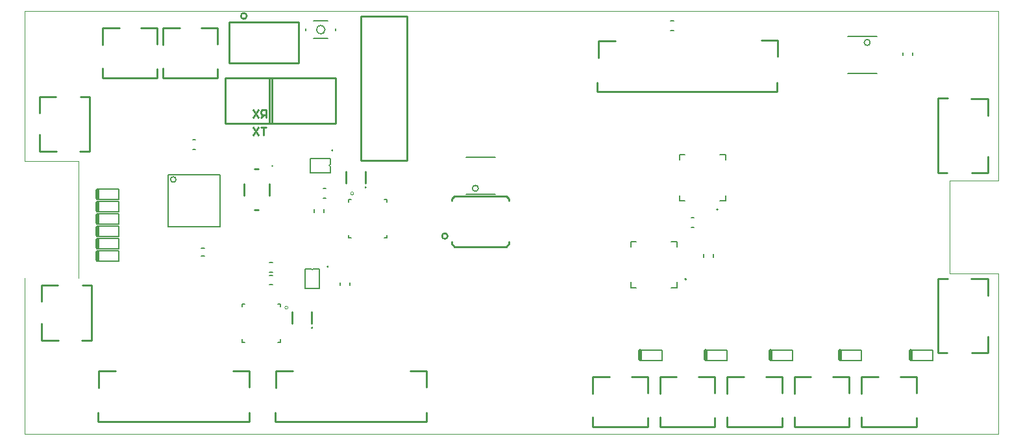
<source format=gbo>
G04*
G04 #@! TF.GenerationSoftware,Altium Limited,Altium Designer,19.1.5 (86)*
G04*
G04 Layer_Color=32896*
%FSLAX44Y44*%
%MOMM*%
G71*
G01*
G75*
%ADD10C,0.1524*%
%ADD11C,0.0000*%
%ADD12C,0.2000*%
%ADD13C,0.1270*%
%ADD15C,0.5000*%
%ADD16C,0.2540*%
%ADD17C,0.1000*%
%ADD115C,0.2032*%
D10*
X197320Y331662D02*
G03*
X197320Y331662I-3592J0D01*
G01*
X591633Y320294D02*
G03*
X591633Y320294I-3877J0D01*
G01*
X1102681Y510286D02*
G03*
X1102681Y510286I-3877J0D01*
G01*
X187160Y270230D02*
Y338230D01*
X255160D01*
Y270230D02*
Y338230D01*
X187160Y270230D02*
X255160D01*
D11*
X428940Y313420D02*
G03*
X428940Y313420I-2000J0D01*
G01*
X323760Y349270D02*
G03*
X323760Y349270I-1000J0D01*
G01*
X343360Y164880D02*
G03*
X343360Y164880I-2000J0D01*
G01*
D12*
X391580Y527050D02*
G03*
X391580Y527050I-5500J0D01*
G01*
X862870Y201680D02*
G03*
X862870Y201680I-1000J0D01*
G01*
X398520Y351575D02*
G03*
X398520Y348325I0J-1625D01*
G01*
X373595Y215490D02*
G03*
X376845Y215490I1625J0D01*
G01*
X904220Y292560D02*
G03*
X904220Y292560I-1000J0D01*
G01*
X94100Y270868D02*
X122590D01*
Y257368D02*
Y270868D01*
X94100Y257368D02*
X122590D01*
X94100Y254761D02*
X122590D01*
Y241261D02*
Y254761D01*
X94100Y241261D02*
X122590D01*
X94100Y238654D02*
X122590D01*
Y225154D02*
Y238654D01*
X94100Y225154D02*
X122590D01*
X869220Y269340D02*
X873220D01*
X869220Y281840D02*
X873220D01*
X885290Y230410D02*
Y234410D01*
X897790Y230410D02*
Y234410D01*
X887730Y109620D02*
X916220D01*
Y96120D02*
Y109620D01*
X887730Y96120D02*
X916220D01*
X972820Y109620D02*
X1001310D01*
Y96120D02*
Y109620D01*
X972820Y96120D02*
X1001310D01*
X1062990Y109620D02*
X1091480D01*
Y96120D02*
Y109620D01*
X1062990Y96120D02*
X1091480D01*
X802640Y109620D02*
X831130D01*
Y96120D02*
Y109620D01*
X802640Y96120D02*
X831130D01*
X1155700Y109620D02*
X1184190D01*
Y96120D02*
Y109620D01*
X1155700Y96120D02*
X1184190D01*
X842550Y525880D02*
X846550D01*
X842550Y538380D02*
X846550D01*
X94100Y286956D02*
X122590D01*
Y273456D02*
Y286956D01*
X94100Y273456D02*
X122590D01*
X94100Y303063D02*
X122590D01*
Y289563D02*
Y303063D01*
X94100Y289563D02*
X122590D01*
X94100Y319170D02*
X122590D01*
Y305670D02*
Y319170D01*
X94100Y305670D02*
X122590D01*
X376580Y538800D02*
X395580D01*
X366830Y525550D02*
Y528800D01*
X376580Y515550D02*
X395580D01*
X405330Y525550D02*
Y528800D01*
X230330Y242490D02*
X234330D01*
X230330Y232490D02*
X234330D01*
X1145640Y493300D02*
Y497300D01*
X1158140Y493300D02*
Y497300D01*
X389790Y288830D02*
Y292830D01*
X377290Y288830D02*
Y292830D01*
X398520Y351575D02*
Y359032D01*
Y340744D02*
Y348325D01*
X372520Y340744D02*
X398520D01*
X372520D02*
Y359032D01*
X398520D01*
X389160Y307440D02*
X393160D01*
X389160Y319940D02*
X393160D01*
X218980Y370940D02*
X222980D01*
X218980Y383440D02*
X222980D01*
X319310Y194410D02*
X323310D01*
X319310Y206910D02*
X323310D01*
X319310Y210920D02*
X323310D01*
X319310Y223420D02*
X323310D01*
X376845Y215490D02*
X384302D01*
X366014D02*
X373595D01*
X366014Y189490D02*
Y215490D01*
Y189490D02*
X384302D01*
Y215490D01*
X424080Y193580D02*
Y197580D01*
X411580Y193580D02*
Y197580D01*
D13*
X850420Y243980D02*
Y250980D01*
X843420D02*
X850420D01*
X790420Y243980D02*
Y250980D01*
X797420D01*
X790420Y190980D02*
Y197980D01*
Y190980D02*
X797420D01*
X850420D02*
Y197980D01*
X843420Y190980D02*
X850420D01*
X422040Y305670D02*
X425540D01*
X468540D02*
X472040D01*
X422040Y255670D02*
X425540D01*
X468540D02*
X472040D01*
X422040Y302170D02*
Y305670D01*
X472040Y302170D02*
Y305670D01*
X422040Y255670D02*
Y259170D01*
X472040Y255670D02*
Y259170D01*
X333610Y166280D02*
Y169780D01*
Y119780D02*
Y123280D01*
X283610Y166280D02*
Y169780D01*
Y119780D02*
Y123280D01*
X330110Y169780D02*
X333610D01*
X330110Y119780D02*
X333610D01*
X283610Y169780D02*
X287110D01*
X283610Y119780D02*
X287110D01*
X913920Y304010D02*
Y311010D01*
X906920Y304010D02*
X913920D01*
Y357010D02*
Y364010D01*
X906920D02*
X913920D01*
X853920Y357010D02*
Y364010D01*
X860920D01*
X853920Y304010D02*
Y311010D01*
Y304010D02*
X860920D01*
D15*
X94350Y258888D02*
Y269388D01*
Y242781D02*
Y253281D01*
Y226674D02*
Y237174D01*
X887980Y97640D02*
Y108140D01*
X973070Y97640D02*
Y108140D01*
X1063240Y97640D02*
Y108140D01*
X802890Y97640D02*
Y108140D01*
X1155950Y97640D02*
Y108140D01*
X94350Y274975D02*
Y285476D01*
Y291083D02*
Y301583D01*
Y307190D02*
Y317690D01*
D16*
X289560Y544830D02*
G03*
X289560Y544830I-3810J0D01*
G01*
X551550Y257960D02*
G03*
X551550Y257960I-3592J0D01*
G01*
X444509Y321400D02*
G03*
X444509Y321400I-359J0D01*
G01*
X400998Y369718D02*
G03*
X401112Y369700I114J341D01*
G01*
X374829Y138575D02*
G03*
X374829Y138575I-359J0D01*
G01*
X394970Y218082D02*
G03*
X394988Y217968I359J0D01*
G01*
X438658Y356870D02*
X498602D01*
X438658D02*
Y544830D01*
X498602D01*
Y356870D02*
Y544830D01*
X261620Y404368D02*
X322580D01*
Y464312D01*
X261620D02*
X322580D01*
X261620Y404368D02*
Y464312D01*
X266192Y483870D02*
X356870D01*
X266192Y537210D02*
X356870D01*
X266192Y483870D02*
Y537210D01*
X356870Y483870D02*
Y537210D01*
X556848Y247800D02*
Y250340D01*
Y247800D02*
X560658Y243990D01*
X627968D01*
X631778Y247800D01*
Y250340D01*
X556848Y303934D02*
Y306474D01*
X560658Y310284D01*
X627968D01*
X631778Y306474D01*
Y303934D02*
Y306474D01*
X95412Y15772D02*
X292544D01*
X96746Y82042D02*
X118526D01*
X96746Y60134D02*
Y82042D01*
X292798Y61278D02*
Y82550D01*
X271526D02*
X292798D01*
X292544Y15772D02*
Y27622D01*
X95412Y15772D02*
Y28004D01*
X444150Y326480D02*
Y341721D01*
X418750Y326480D02*
Y341721D01*
X326552Y15772D02*
X523684D01*
X327886Y82042D02*
X349666D01*
X327886Y60134D02*
Y82042D01*
X523938Y61278D02*
Y82550D01*
X502666D02*
X523938D01*
X523684Y15772D02*
Y27622D01*
X326552Y15772D02*
Y28004D01*
X299720Y345440D02*
X304800D01*
X318770Y311150D02*
Y326390D01*
X299720Y292100D02*
X304800D01*
X285750Y311150D02*
Y326390D01*
X374470Y143655D02*
Y158895D01*
X349070Y143655D02*
Y158895D01*
X318770Y404368D02*
X405130D01*
Y464312D01*
X318770D02*
X405130D01*
X318770Y404368D02*
Y464312D01*
X1091470Y9656D02*
X1162970D01*
X1091470D02*
Y21888D01*
X1162970Y9656D02*
Y21506D01*
X1141698Y74656D02*
X1162970D01*
Y53384D02*
Y74656D01*
X1091470Y52748D02*
Y74656D01*
X1113250D01*
X1003840Y9656D02*
X1075340D01*
X1003840D02*
Y21888D01*
X1075340Y9656D02*
Y21506D01*
X1054068Y74656D02*
X1075340D01*
Y53384D02*
Y74656D01*
X1003840Y52748D02*
Y74656D01*
X1025620D01*
X828580Y9656D02*
X900080D01*
X828580D02*
Y21888D01*
X900080Y9656D02*
Y21506D01*
X878808Y74656D02*
X900080D01*
Y53384D02*
Y74656D01*
X828580Y52748D02*
Y74656D01*
X850360D01*
X916210Y9656D02*
X987710D01*
X916210D02*
Y21888D01*
X987710Y9656D02*
Y21506D01*
X966438Y74656D02*
X987710D01*
Y53384D02*
Y74656D01*
X916210Y52748D02*
Y74656D01*
X937990D01*
X740950Y9656D02*
X812450D01*
X740950D02*
Y21888D01*
X812450Y9656D02*
Y21506D01*
X791178Y74656D02*
X812450D01*
Y53384D02*
Y74656D01*
X740950Y52748D02*
Y74656D01*
X762730D01*
X748186Y512572D02*
X769966D01*
X748186Y490664D02*
Y512572D01*
X981738Y491808D02*
Y513080D01*
X960466D02*
X981738D01*
X981484Y446302D02*
Y458152D01*
X746852Y446302D02*
Y458534D01*
Y446302D02*
X981484D01*
X86864Y122270D02*
Y193770D01*
X74632Y122270D02*
X86864D01*
X75014Y193770D02*
X86864D01*
X21864Y172498D02*
Y193770D01*
X43136D01*
X21864Y122270D02*
X43772D01*
X21864D02*
Y144050D01*
X84304Y368210D02*
Y439710D01*
X72072Y368210D02*
X84304D01*
X72454Y439710D02*
X84304D01*
X19304Y418438D02*
Y439710D01*
X40576D01*
X19304Y368210D02*
X41212D01*
X19304D02*
Y389990D01*
X180150Y464336D02*
X251650D01*
X180150D02*
Y476568D01*
X251650Y464336D02*
Y476186D01*
X230378Y529336D02*
X251650D01*
Y508064D02*
Y529336D01*
X180150Y507428D02*
Y529336D01*
X201930D01*
X1256538Y415354D02*
Y437134D01*
X1234630D02*
X1256538D01*
X1235266Y340678D02*
X1256538D01*
Y361950D01*
X1191538Y340678D02*
X1203388D01*
X1191538Y437388D02*
X1203770D01*
X1191538Y340678D02*
Y437388D01*
X101510Y464336D02*
X173010D01*
X101510D02*
Y476568D01*
X173010Y464336D02*
Y476186D01*
X151738Y529336D02*
X173010D01*
Y508064D02*
Y529336D01*
X101510Y507428D02*
Y529336D01*
X123290D01*
X1256538Y180404D02*
Y202184D01*
X1234630D02*
X1256538D01*
X1235266Y105728D02*
X1256538D01*
Y127000D01*
X1191538Y105728D02*
X1203388D01*
X1191538Y202438D02*
X1203770D01*
X1191538Y105728D02*
Y202438D01*
X314960Y412750D02*
Y422747D01*
X309962D01*
X308295Y421081D01*
Y417748D01*
X309962Y416082D01*
X314960D01*
X311628D02*
X308295Y412750D01*
X304963Y422747D02*
X298299Y412750D01*
Y422747D02*
X304963Y412750D01*
X314960Y399887D02*
X308295D01*
X311628D01*
Y389890D01*
X304963Y399887D02*
X298299Y389890D01*
Y399887D02*
X304963Y389890D01*
D17*
X0Y355600D02*
Y551180D01*
Y0D02*
Y203200D01*
X69850D02*
Y355600D01*
X0D02*
X69850D01*
X1270000Y330200D02*
Y413385D01*
Y137795D02*
Y209550D01*
X1206500D02*
X1270000D01*
X1206500D02*
Y330200D01*
X1270000D01*
Y413385D02*
Y551180D01*
Y0D02*
Y137795D01*
X0Y0D02*
X1270000D01*
X0Y551180D02*
X1270000D01*
D115*
X580360Y360550D02*
X613360D01*
X575360D02*
X580360D01*
Y312550D02*
X613360D01*
X575360D02*
X580360D01*
X1073200Y470030D02*
X1106200D01*
X1111200D01*
X1073200Y518030D02*
X1106200D01*
X1111200D01*
M02*

</source>
